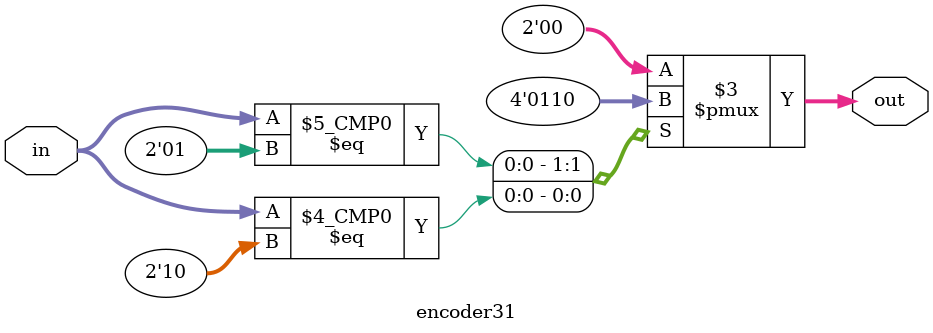
<source format=v>
module encoder31 (input [1:0] in, output reg [1:0] out);

    always @* begin
        case(in)
            2'b01: out = 2'b01;
            2'b10: out = 2'b10;
            default: out = 2'b00; // Handle undefined case
        endcase
    end

endmodule

</source>
